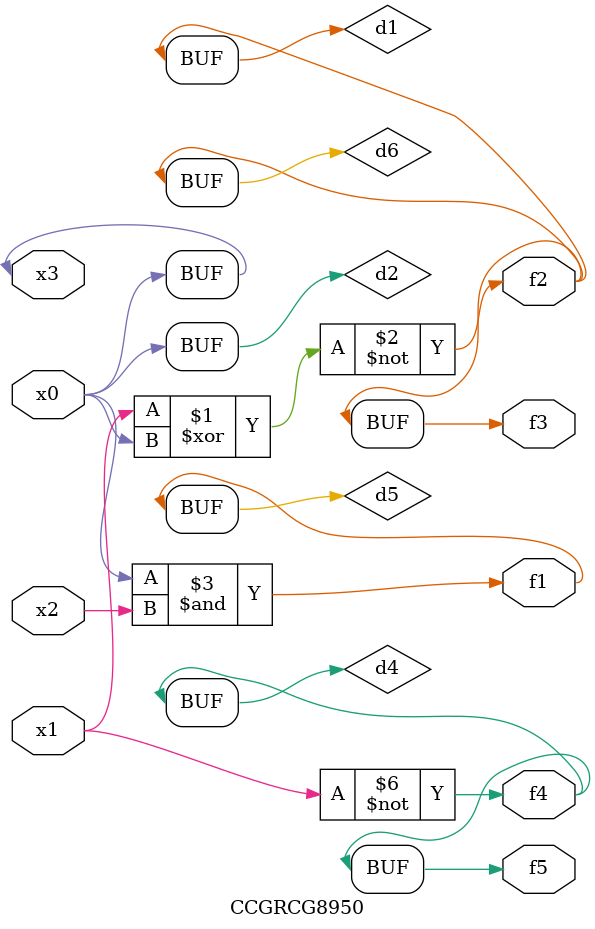
<source format=v>
module CCGRCG8950(
	input x0, x1, x2, x3,
	output f1, f2, f3, f4, f5
);

	wire d1, d2, d3, d4, d5, d6;

	xnor (d1, x1, x3);
	buf (d2, x0, x3);
	nand (d3, x0, x2);
	not (d4, x1);
	nand (d5, d3);
	or (d6, d1);
	assign f1 = d5;
	assign f2 = d6;
	assign f3 = d6;
	assign f4 = d4;
	assign f5 = d4;
endmodule

</source>
